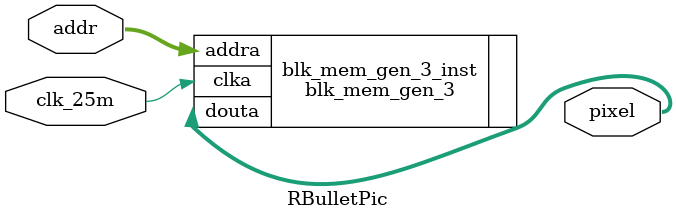
<source format=v>
module RBulletPic(clk_25m, addr, pixel);
	input clk_25m;
	input [16:0]addr;
	output [11:0]pixel;
	
	blk_mem_gen_3 blk_mem_gen_3_inst(
      .clka(clk_25m),
      .addra(addr),
      .douta(pixel)
    ); 
endmodule
</source>
